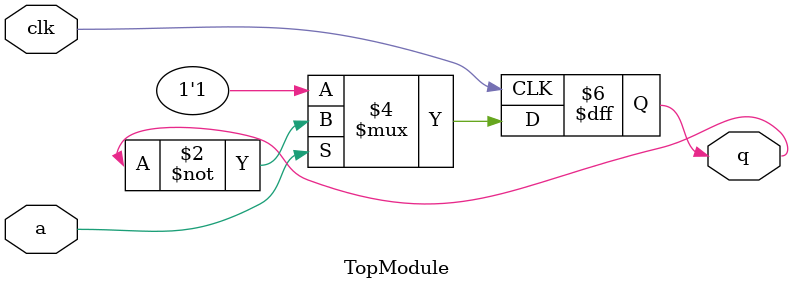
<source format=sv>
module TopModule
(
  input  logic clk,
  input  logic a,
  output logic q
);

  // Sequential logic

  always @( posedge clk ) begin
    if ( a )
      q <= ~q;
    else
      q <= 1;
  end

endmodule
</source>
